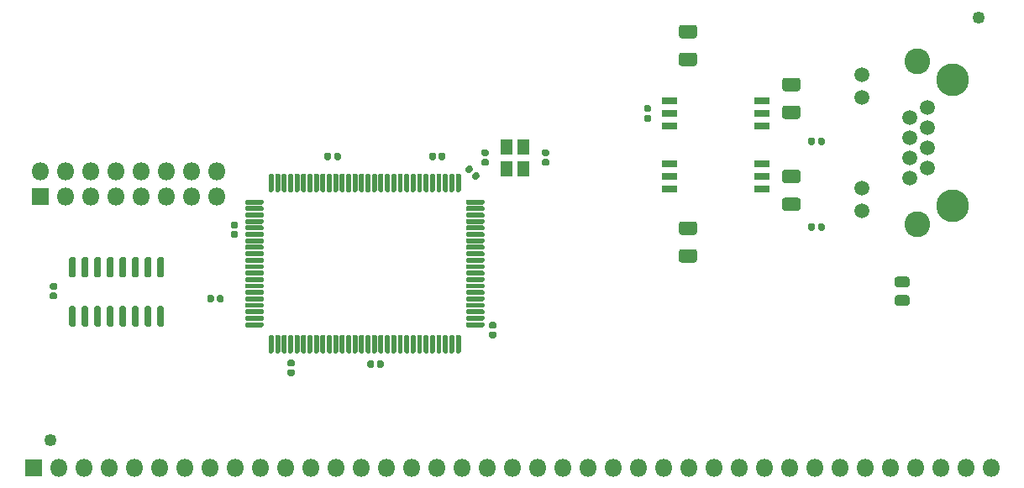
<source format=gts>
%TF.GenerationSoftware,KiCad,Pcbnew,5.1.6*%
%TF.CreationDate,2020-08-16T22:16:08+02:00*%
%TF.ProjectId,RC2014-Ethernet,52433230-3134-42d4-9574-6865726e6574,rev?*%
%TF.SameCoordinates,Original*%
%TF.FileFunction,Soldermask,Top*%
%TF.FilePolarity,Negative*%
%FSLAX46Y46*%
G04 Gerber Fmt 4.6, Leading zero omitted, Abs format (unit mm)*
G04 Created by KiCad (PCBNEW 5.1.6) date 2020-08-16 22:16:08*
%MOMM*%
%LPD*%
G01*
G04 APERTURE LIST*
%ADD10C,1.252000*%
%ADD11R,1.600000X0.700000*%
%ADD12C,1.500000*%
%ADD13C,2.600000*%
%ADD14C,3.300000*%
%ADD15O,1.800000X1.800000*%
%ADD16R,1.800000X1.800000*%
%ADD17R,1.300000X1.500000*%
G04 APERTURE END LIST*
D10*
%TO.C,H2*%
X139319000Y-26670000D03*
%TD*%
%TO.C,H1*%
X45720000Y-69215000D03*
%TD*%
D11*
%TO.C,T1*%
X117426000Y-35055000D03*
X117426000Y-36325000D03*
X117426000Y-37595000D03*
X117426000Y-41405000D03*
X117426000Y-42675000D03*
X117426000Y-43945000D03*
X108126000Y-43945000D03*
X108126000Y-42675000D03*
X108126000Y-41405000D03*
X108126000Y-37595000D03*
X108126000Y-36325000D03*
X108126000Y-35055000D03*
%TD*%
D12*
%TO.C,J2*%
X127532000Y-43820000D03*
X127532000Y-46110000D03*
X127532000Y-34680000D03*
X127532000Y-32390000D03*
X132332000Y-42820000D03*
X134112000Y-41800000D03*
X132332000Y-40780000D03*
X134112000Y-39760000D03*
X132332000Y-38740000D03*
X134112000Y-37720000D03*
X132332000Y-36700000D03*
X134112000Y-35680000D03*
D13*
X133092000Y-47450000D03*
X133092000Y-31050000D03*
D14*
X136652000Y-45600000D03*
X136652000Y-32900000D03*
%TD*%
%TO.C,FB3*%
G36*
G01*
X131090750Y-54629000D02*
X132053250Y-54629000D01*
G75*
G02*
X132322000Y-54897750I0J-268750D01*
G01*
X132322000Y-55435250D01*
G75*
G02*
X132053250Y-55704000I-268750J0D01*
G01*
X131090750Y-55704000D01*
G75*
G02*
X130822000Y-55435250I0J268750D01*
G01*
X130822000Y-54897750D01*
G75*
G02*
X131090750Y-54629000I268750J0D01*
G01*
G37*
G36*
G01*
X131090750Y-52754000D02*
X132053250Y-52754000D01*
G75*
G02*
X132322000Y-53022750I0J-268750D01*
G01*
X132322000Y-53560250D01*
G75*
G02*
X132053250Y-53829000I-268750J0D01*
G01*
X131090750Y-53829000D01*
G75*
G02*
X130822000Y-53560250I0J268750D01*
G01*
X130822000Y-53022750D01*
G75*
G02*
X131090750Y-52754000I268750J0D01*
G01*
G37*
%TD*%
%TO.C,U2*%
G36*
G01*
X48117500Y-52841000D02*
X47767500Y-52841000D01*
G75*
G02*
X47592500Y-52666000I0J175000D01*
G01*
X47592500Y-50966000D01*
G75*
G02*
X47767500Y-50791000I175000J0D01*
G01*
X48117500Y-50791000D01*
G75*
G02*
X48292500Y-50966000I0J-175000D01*
G01*
X48292500Y-52666000D01*
G75*
G02*
X48117500Y-52841000I-175000J0D01*
G01*
G37*
G36*
G01*
X49387500Y-52841000D02*
X49037500Y-52841000D01*
G75*
G02*
X48862500Y-52666000I0J175000D01*
G01*
X48862500Y-50966000D01*
G75*
G02*
X49037500Y-50791000I175000J0D01*
G01*
X49387500Y-50791000D01*
G75*
G02*
X49562500Y-50966000I0J-175000D01*
G01*
X49562500Y-52666000D01*
G75*
G02*
X49387500Y-52841000I-175000J0D01*
G01*
G37*
G36*
G01*
X50657500Y-52841000D02*
X50307500Y-52841000D01*
G75*
G02*
X50132500Y-52666000I0J175000D01*
G01*
X50132500Y-50966000D01*
G75*
G02*
X50307500Y-50791000I175000J0D01*
G01*
X50657500Y-50791000D01*
G75*
G02*
X50832500Y-50966000I0J-175000D01*
G01*
X50832500Y-52666000D01*
G75*
G02*
X50657500Y-52841000I-175000J0D01*
G01*
G37*
G36*
G01*
X51927500Y-52841000D02*
X51577500Y-52841000D01*
G75*
G02*
X51402500Y-52666000I0J175000D01*
G01*
X51402500Y-50966000D01*
G75*
G02*
X51577500Y-50791000I175000J0D01*
G01*
X51927500Y-50791000D01*
G75*
G02*
X52102500Y-50966000I0J-175000D01*
G01*
X52102500Y-52666000D01*
G75*
G02*
X51927500Y-52841000I-175000J0D01*
G01*
G37*
G36*
G01*
X53197500Y-52841000D02*
X52847500Y-52841000D01*
G75*
G02*
X52672500Y-52666000I0J175000D01*
G01*
X52672500Y-50966000D01*
G75*
G02*
X52847500Y-50791000I175000J0D01*
G01*
X53197500Y-50791000D01*
G75*
G02*
X53372500Y-50966000I0J-175000D01*
G01*
X53372500Y-52666000D01*
G75*
G02*
X53197500Y-52841000I-175000J0D01*
G01*
G37*
G36*
G01*
X54467500Y-52841000D02*
X54117500Y-52841000D01*
G75*
G02*
X53942500Y-52666000I0J175000D01*
G01*
X53942500Y-50966000D01*
G75*
G02*
X54117500Y-50791000I175000J0D01*
G01*
X54467500Y-50791000D01*
G75*
G02*
X54642500Y-50966000I0J-175000D01*
G01*
X54642500Y-52666000D01*
G75*
G02*
X54467500Y-52841000I-175000J0D01*
G01*
G37*
G36*
G01*
X55737500Y-52841000D02*
X55387500Y-52841000D01*
G75*
G02*
X55212500Y-52666000I0J175000D01*
G01*
X55212500Y-50966000D01*
G75*
G02*
X55387500Y-50791000I175000J0D01*
G01*
X55737500Y-50791000D01*
G75*
G02*
X55912500Y-50966000I0J-175000D01*
G01*
X55912500Y-52666000D01*
G75*
G02*
X55737500Y-52841000I-175000J0D01*
G01*
G37*
G36*
G01*
X57007500Y-52841000D02*
X56657500Y-52841000D01*
G75*
G02*
X56482500Y-52666000I0J175000D01*
G01*
X56482500Y-50966000D01*
G75*
G02*
X56657500Y-50791000I175000J0D01*
G01*
X57007500Y-50791000D01*
G75*
G02*
X57182500Y-50966000I0J-175000D01*
G01*
X57182500Y-52666000D01*
G75*
G02*
X57007500Y-52841000I-175000J0D01*
G01*
G37*
G36*
G01*
X57007500Y-57791000D02*
X56657500Y-57791000D01*
G75*
G02*
X56482500Y-57616000I0J175000D01*
G01*
X56482500Y-55916000D01*
G75*
G02*
X56657500Y-55741000I175000J0D01*
G01*
X57007500Y-55741000D01*
G75*
G02*
X57182500Y-55916000I0J-175000D01*
G01*
X57182500Y-57616000D01*
G75*
G02*
X57007500Y-57791000I-175000J0D01*
G01*
G37*
G36*
G01*
X55737500Y-57791000D02*
X55387500Y-57791000D01*
G75*
G02*
X55212500Y-57616000I0J175000D01*
G01*
X55212500Y-55916000D01*
G75*
G02*
X55387500Y-55741000I175000J0D01*
G01*
X55737500Y-55741000D01*
G75*
G02*
X55912500Y-55916000I0J-175000D01*
G01*
X55912500Y-57616000D01*
G75*
G02*
X55737500Y-57791000I-175000J0D01*
G01*
G37*
G36*
G01*
X54467500Y-57791000D02*
X54117500Y-57791000D01*
G75*
G02*
X53942500Y-57616000I0J175000D01*
G01*
X53942500Y-55916000D01*
G75*
G02*
X54117500Y-55741000I175000J0D01*
G01*
X54467500Y-55741000D01*
G75*
G02*
X54642500Y-55916000I0J-175000D01*
G01*
X54642500Y-57616000D01*
G75*
G02*
X54467500Y-57791000I-175000J0D01*
G01*
G37*
G36*
G01*
X53197500Y-57791000D02*
X52847500Y-57791000D01*
G75*
G02*
X52672500Y-57616000I0J175000D01*
G01*
X52672500Y-55916000D01*
G75*
G02*
X52847500Y-55741000I175000J0D01*
G01*
X53197500Y-55741000D01*
G75*
G02*
X53372500Y-55916000I0J-175000D01*
G01*
X53372500Y-57616000D01*
G75*
G02*
X53197500Y-57791000I-175000J0D01*
G01*
G37*
G36*
G01*
X51927500Y-57791000D02*
X51577500Y-57791000D01*
G75*
G02*
X51402500Y-57616000I0J175000D01*
G01*
X51402500Y-55916000D01*
G75*
G02*
X51577500Y-55741000I175000J0D01*
G01*
X51927500Y-55741000D01*
G75*
G02*
X52102500Y-55916000I0J-175000D01*
G01*
X52102500Y-57616000D01*
G75*
G02*
X51927500Y-57791000I-175000J0D01*
G01*
G37*
G36*
G01*
X50657500Y-57791000D02*
X50307500Y-57791000D01*
G75*
G02*
X50132500Y-57616000I0J175000D01*
G01*
X50132500Y-55916000D01*
G75*
G02*
X50307500Y-55741000I175000J0D01*
G01*
X50657500Y-55741000D01*
G75*
G02*
X50832500Y-55916000I0J-175000D01*
G01*
X50832500Y-57616000D01*
G75*
G02*
X50657500Y-57791000I-175000J0D01*
G01*
G37*
G36*
G01*
X49387500Y-57791000D02*
X49037500Y-57791000D01*
G75*
G02*
X48862500Y-57616000I0J175000D01*
G01*
X48862500Y-55916000D01*
G75*
G02*
X49037500Y-55741000I175000J0D01*
G01*
X49387500Y-55741000D01*
G75*
G02*
X49562500Y-55916000I0J-175000D01*
G01*
X49562500Y-57616000D01*
G75*
G02*
X49387500Y-57791000I-175000J0D01*
G01*
G37*
G36*
G01*
X48117500Y-57791000D02*
X47767500Y-57791000D01*
G75*
G02*
X47592500Y-57616000I0J175000D01*
G01*
X47592500Y-55916000D01*
G75*
G02*
X47767500Y-55741000I175000J0D01*
G01*
X48117500Y-55741000D01*
G75*
G02*
X48292500Y-55916000I0J-175000D01*
G01*
X48292500Y-57616000D01*
G75*
G02*
X48117500Y-57791000I-175000J0D01*
G01*
G37*
%TD*%
%TO.C,U1*%
G36*
G01*
X67081500Y-57860000D02*
X65481500Y-57860000D01*
G75*
G02*
X65356500Y-57735000I0J125000D01*
G01*
X65356500Y-57485000D01*
G75*
G02*
X65481500Y-57360000I125000J0D01*
G01*
X67081500Y-57360000D01*
G75*
G02*
X67206500Y-57485000I0J-125000D01*
G01*
X67206500Y-57735000D01*
G75*
G02*
X67081500Y-57860000I-125000J0D01*
G01*
G37*
G36*
G01*
X67081500Y-57210000D02*
X65481500Y-57210000D01*
G75*
G02*
X65356500Y-57085000I0J125000D01*
G01*
X65356500Y-56835000D01*
G75*
G02*
X65481500Y-56710000I125000J0D01*
G01*
X67081500Y-56710000D01*
G75*
G02*
X67206500Y-56835000I0J-125000D01*
G01*
X67206500Y-57085000D01*
G75*
G02*
X67081500Y-57210000I-125000J0D01*
G01*
G37*
G36*
G01*
X67081500Y-56560000D02*
X65481500Y-56560000D01*
G75*
G02*
X65356500Y-56435000I0J125000D01*
G01*
X65356500Y-56185000D01*
G75*
G02*
X65481500Y-56060000I125000J0D01*
G01*
X67081500Y-56060000D01*
G75*
G02*
X67206500Y-56185000I0J-125000D01*
G01*
X67206500Y-56435000D01*
G75*
G02*
X67081500Y-56560000I-125000J0D01*
G01*
G37*
G36*
G01*
X67081500Y-55910000D02*
X65481500Y-55910000D01*
G75*
G02*
X65356500Y-55785000I0J125000D01*
G01*
X65356500Y-55535000D01*
G75*
G02*
X65481500Y-55410000I125000J0D01*
G01*
X67081500Y-55410000D01*
G75*
G02*
X67206500Y-55535000I0J-125000D01*
G01*
X67206500Y-55785000D01*
G75*
G02*
X67081500Y-55910000I-125000J0D01*
G01*
G37*
G36*
G01*
X67081500Y-55260000D02*
X65481500Y-55260000D01*
G75*
G02*
X65356500Y-55135000I0J125000D01*
G01*
X65356500Y-54885000D01*
G75*
G02*
X65481500Y-54760000I125000J0D01*
G01*
X67081500Y-54760000D01*
G75*
G02*
X67206500Y-54885000I0J-125000D01*
G01*
X67206500Y-55135000D01*
G75*
G02*
X67081500Y-55260000I-125000J0D01*
G01*
G37*
G36*
G01*
X67081500Y-54610000D02*
X65481500Y-54610000D01*
G75*
G02*
X65356500Y-54485000I0J125000D01*
G01*
X65356500Y-54235000D01*
G75*
G02*
X65481500Y-54110000I125000J0D01*
G01*
X67081500Y-54110000D01*
G75*
G02*
X67206500Y-54235000I0J-125000D01*
G01*
X67206500Y-54485000D01*
G75*
G02*
X67081500Y-54610000I-125000J0D01*
G01*
G37*
G36*
G01*
X67081500Y-53960000D02*
X65481500Y-53960000D01*
G75*
G02*
X65356500Y-53835000I0J125000D01*
G01*
X65356500Y-53585000D01*
G75*
G02*
X65481500Y-53460000I125000J0D01*
G01*
X67081500Y-53460000D01*
G75*
G02*
X67206500Y-53585000I0J-125000D01*
G01*
X67206500Y-53835000D01*
G75*
G02*
X67081500Y-53960000I-125000J0D01*
G01*
G37*
G36*
G01*
X67081500Y-53310000D02*
X65481500Y-53310000D01*
G75*
G02*
X65356500Y-53185000I0J125000D01*
G01*
X65356500Y-52935000D01*
G75*
G02*
X65481500Y-52810000I125000J0D01*
G01*
X67081500Y-52810000D01*
G75*
G02*
X67206500Y-52935000I0J-125000D01*
G01*
X67206500Y-53185000D01*
G75*
G02*
X67081500Y-53310000I-125000J0D01*
G01*
G37*
G36*
G01*
X67081500Y-52660000D02*
X65481500Y-52660000D01*
G75*
G02*
X65356500Y-52535000I0J125000D01*
G01*
X65356500Y-52285000D01*
G75*
G02*
X65481500Y-52160000I125000J0D01*
G01*
X67081500Y-52160000D01*
G75*
G02*
X67206500Y-52285000I0J-125000D01*
G01*
X67206500Y-52535000D01*
G75*
G02*
X67081500Y-52660000I-125000J0D01*
G01*
G37*
G36*
G01*
X67081500Y-52010000D02*
X65481500Y-52010000D01*
G75*
G02*
X65356500Y-51885000I0J125000D01*
G01*
X65356500Y-51635000D01*
G75*
G02*
X65481500Y-51510000I125000J0D01*
G01*
X67081500Y-51510000D01*
G75*
G02*
X67206500Y-51635000I0J-125000D01*
G01*
X67206500Y-51885000D01*
G75*
G02*
X67081500Y-52010000I-125000J0D01*
G01*
G37*
G36*
G01*
X67081500Y-51360000D02*
X65481500Y-51360000D01*
G75*
G02*
X65356500Y-51235000I0J125000D01*
G01*
X65356500Y-50985000D01*
G75*
G02*
X65481500Y-50860000I125000J0D01*
G01*
X67081500Y-50860000D01*
G75*
G02*
X67206500Y-50985000I0J-125000D01*
G01*
X67206500Y-51235000D01*
G75*
G02*
X67081500Y-51360000I-125000J0D01*
G01*
G37*
G36*
G01*
X67081500Y-50710000D02*
X65481500Y-50710000D01*
G75*
G02*
X65356500Y-50585000I0J125000D01*
G01*
X65356500Y-50335000D01*
G75*
G02*
X65481500Y-50210000I125000J0D01*
G01*
X67081500Y-50210000D01*
G75*
G02*
X67206500Y-50335000I0J-125000D01*
G01*
X67206500Y-50585000D01*
G75*
G02*
X67081500Y-50710000I-125000J0D01*
G01*
G37*
G36*
G01*
X67081500Y-50060000D02*
X65481500Y-50060000D01*
G75*
G02*
X65356500Y-49935000I0J125000D01*
G01*
X65356500Y-49685000D01*
G75*
G02*
X65481500Y-49560000I125000J0D01*
G01*
X67081500Y-49560000D01*
G75*
G02*
X67206500Y-49685000I0J-125000D01*
G01*
X67206500Y-49935000D01*
G75*
G02*
X67081500Y-50060000I-125000J0D01*
G01*
G37*
G36*
G01*
X67081500Y-49410000D02*
X65481500Y-49410000D01*
G75*
G02*
X65356500Y-49285000I0J125000D01*
G01*
X65356500Y-49035000D01*
G75*
G02*
X65481500Y-48910000I125000J0D01*
G01*
X67081500Y-48910000D01*
G75*
G02*
X67206500Y-49035000I0J-125000D01*
G01*
X67206500Y-49285000D01*
G75*
G02*
X67081500Y-49410000I-125000J0D01*
G01*
G37*
G36*
G01*
X67081500Y-48760000D02*
X65481500Y-48760000D01*
G75*
G02*
X65356500Y-48635000I0J125000D01*
G01*
X65356500Y-48385000D01*
G75*
G02*
X65481500Y-48260000I125000J0D01*
G01*
X67081500Y-48260000D01*
G75*
G02*
X67206500Y-48385000I0J-125000D01*
G01*
X67206500Y-48635000D01*
G75*
G02*
X67081500Y-48760000I-125000J0D01*
G01*
G37*
G36*
G01*
X67081500Y-48110000D02*
X65481500Y-48110000D01*
G75*
G02*
X65356500Y-47985000I0J125000D01*
G01*
X65356500Y-47735000D01*
G75*
G02*
X65481500Y-47610000I125000J0D01*
G01*
X67081500Y-47610000D01*
G75*
G02*
X67206500Y-47735000I0J-125000D01*
G01*
X67206500Y-47985000D01*
G75*
G02*
X67081500Y-48110000I-125000J0D01*
G01*
G37*
G36*
G01*
X67081500Y-47460000D02*
X65481500Y-47460000D01*
G75*
G02*
X65356500Y-47335000I0J125000D01*
G01*
X65356500Y-47085000D01*
G75*
G02*
X65481500Y-46960000I125000J0D01*
G01*
X67081500Y-46960000D01*
G75*
G02*
X67206500Y-47085000I0J-125000D01*
G01*
X67206500Y-47335000D01*
G75*
G02*
X67081500Y-47460000I-125000J0D01*
G01*
G37*
G36*
G01*
X67081500Y-46810000D02*
X65481500Y-46810000D01*
G75*
G02*
X65356500Y-46685000I0J125000D01*
G01*
X65356500Y-46435000D01*
G75*
G02*
X65481500Y-46310000I125000J0D01*
G01*
X67081500Y-46310000D01*
G75*
G02*
X67206500Y-46435000I0J-125000D01*
G01*
X67206500Y-46685000D01*
G75*
G02*
X67081500Y-46810000I-125000J0D01*
G01*
G37*
G36*
G01*
X67081500Y-46160000D02*
X65481500Y-46160000D01*
G75*
G02*
X65356500Y-46035000I0J125000D01*
G01*
X65356500Y-45785000D01*
G75*
G02*
X65481500Y-45660000I125000J0D01*
G01*
X67081500Y-45660000D01*
G75*
G02*
X67206500Y-45785000I0J-125000D01*
G01*
X67206500Y-46035000D01*
G75*
G02*
X67081500Y-46160000I-125000J0D01*
G01*
G37*
G36*
G01*
X67081500Y-45510000D02*
X65481500Y-45510000D01*
G75*
G02*
X65356500Y-45385000I0J125000D01*
G01*
X65356500Y-45135000D01*
G75*
G02*
X65481500Y-45010000I125000J0D01*
G01*
X67081500Y-45010000D01*
G75*
G02*
X67206500Y-45135000I0J-125000D01*
G01*
X67206500Y-45385000D01*
G75*
G02*
X67081500Y-45510000I-125000J0D01*
G01*
G37*
G36*
G01*
X68106500Y-44235000D02*
X67856500Y-44235000D01*
G75*
G02*
X67731500Y-44110000I0J125000D01*
G01*
X67731500Y-42510000D01*
G75*
G02*
X67856500Y-42385000I125000J0D01*
G01*
X68106500Y-42385000D01*
G75*
G02*
X68231500Y-42510000I0J-125000D01*
G01*
X68231500Y-44110000D01*
G75*
G02*
X68106500Y-44235000I-125000J0D01*
G01*
G37*
G36*
G01*
X68756500Y-44235000D02*
X68506500Y-44235000D01*
G75*
G02*
X68381500Y-44110000I0J125000D01*
G01*
X68381500Y-42510000D01*
G75*
G02*
X68506500Y-42385000I125000J0D01*
G01*
X68756500Y-42385000D01*
G75*
G02*
X68881500Y-42510000I0J-125000D01*
G01*
X68881500Y-44110000D01*
G75*
G02*
X68756500Y-44235000I-125000J0D01*
G01*
G37*
G36*
G01*
X69406500Y-44235000D02*
X69156500Y-44235000D01*
G75*
G02*
X69031500Y-44110000I0J125000D01*
G01*
X69031500Y-42510000D01*
G75*
G02*
X69156500Y-42385000I125000J0D01*
G01*
X69406500Y-42385000D01*
G75*
G02*
X69531500Y-42510000I0J-125000D01*
G01*
X69531500Y-44110000D01*
G75*
G02*
X69406500Y-44235000I-125000J0D01*
G01*
G37*
G36*
G01*
X70056500Y-44235000D02*
X69806500Y-44235000D01*
G75*
G02*
X69681500Y-44110000I0J125000D01*
G01*
X69681500Y-42510000D01*
G75*
G02*
X69806500Y-42385000I125000J0D01*
G01*
X70056500Y-42385000D01*
G75*
G02*
X70181500Y-42510000I0J-125000D01*
G01*
X70181500Y-44110000D01*
G75*
G02*
X70056500Y-44235000I-125000J0D01*
G01*
G37*
G36*
G01*
X70706500Y-44235000D02*
X70456500Y-44235000D01*
G75*
G02*
X70331500Y-44110000I0J125000D01*
G01*
X70331500Y-42510000D01*
G75*
G02*
X70456500Y-42385000I125000J0D01*
G01*
X70706500Y-42385000D01*
G75*
G02*
X70831500Y-42510000I0J-125000D01*
G01*
X70831500Y-44110000D01*
G75*
G02*
X70706500Y-44235000I-125000J0D01*
G01*
G37*
G36*
G01*
X71356500Y-44235000D02*
X71106500Y-44235000D01*
G75*
G02*
X70981500Y-44110000I0J125000D01*
G01*
X70981500Y-42510000D01*
G75*
G02*
X71106500Y-42385000I125000J0D01*
G01*
X71356500Y-42385000D01*
G75*
G02*
X71481500Y-42510000I0J-125000D01*
G01*
X71481500Y-44110000D01*
G75*
G02*
X71356500Y-44235000I-125000J0D01*
G01*
G37*
G36*
G01*
X72006500Y-44235000D02*
X71756500Y-44235000D01*
G75*
G02*
X71631500Y-44110000I0J125000D01*
G01*
X71631500Y-42510000D01*
G75*
G02*
X71756500Y-42385000I125000J0D01*
G01*
X72006500Y-42385000D01*
G75*
G02*
X72131500Y-42510000I0J-125000D01*
G01*
X72131500Y-44110000D01*
G75*
G02*
X72006500Y-44235000I-125000J0D01*
G01*
G37*
G36*
G01*
X72656500Y-44235000D02*
X72406500Y-44235000D01*
G75*
G02*
X72281500Y-44110000I0J125000D01*
G01*
X72281500Y-42510000D01*
G75*
G02*
X72406500Y-42385000I125000J0D01*
G01*
X72656500Y-42385000D01*
G75*
G02*
X72781500Y-42510000I0J-125000D01*
G01*
X72781500Y-44110000D01*
G75*
G02*
X72656500Y-44235000I-125000J0D01*
G01*
G37*
G36*
G01*
X73306500Y-44235000D02*
X73056500Y-44235000D01*
G75*
G02*
X72931500Y-44110000I0J125000D01*
G01*
X72931500Y-42510000D01*
G75*
G02*
X73056500Y-42385000I125000J0D01*
G01*
X73306500Y-42385000D01*
G75*
G02*
X73431500Y-42510000I0J-125000D01*
G01*
X73431500Y-44110000D01*
G75*
G02*
X73306500Y-44235000I-125000J0D01*
G01*
G37*
G36*
G01*
X73956500Y-44235000D02*
X73706500Y-44235000D01*
G75*
G02*
X73581500Y-44110000I0J125000D01*
G01*
X73581500Y-42510000D01*
G75*
G02*
X73706500Y-42385000I125000J0D01*
G01*
X73956500Y-42385000D01*
G75*
G02*
X74081500Y-42510000I0J-125000D01*
G01*
X74081500Y-44110000D01*
G75*
G02*
X73956500Y-44235000I-125000J0D01*
G01*
G37*
G36*
G01*
X74606500Y-44235000D02*
X74356500Y-44235000D01*
G75*
G02*
X74231500Y-44110000I0J125000D01*
G01*
X74231500Y-42510000D01*
G75*
G02*
X74356500Y-42385000I125000J0D01*
G01*
X74606500Y-42385000D01*
G75*
G02*
X74731500Y-42510000I0J-125000D01*
G01*
X74731500Y-44110000D01*
G75*
G02*
X74606500Y-44235000I-125000J0D01*
G01*
G37*
G36*
G01*
X75256500Y-44235000D02*
X75006500Y-44235000D01*
G75*
G02*
X74881500Y-44110000I0J125000D01*
G01*
X74881500Y-42510000D01*
G75*
G02*
X75006500Y-42385000I125000J0D01*
G01*
X75256500Y-42385000D01*
G75*
G02*
X75381500Y-42510000I0J-125000D01*
G01*
X75381500Y-44110000D01*
G75*
G02*
X75256500Y-44235000I-125000J0D01*
G01*
G37*
G36*
G01*
X75906500Y-44235000D02*
X75656500Y-44235000D01*
G75*
G02*
X75531500Y-44110000I0J125000D01*
G01*
X75531500Y-42510000D01*
G75*
G02*
X75656500Y-42385000I125000J0D01*
G01*
X75906500Y-42385000D01*
G75*
G02*
X76031500Y-42510000I0J-125000D01*
G01*
X76031500Y-44110000D01*
G75*
G02*
X75906500Y-44235000I-125000J0D01*
G01*
G37*
G36*
G01*
X76556500Y-44235000D02*
X76306500Y-44235000D01*
G75*
G02*
X76181500Y-44110000I0J125000D01*
G01*
X76181500Y-42510000D01*
G75*
G02*
X76306500Y-42385000I125000J0D01*
G01*
X76556500Y-42385000D01*
G75*
G02*
X76681500Y-42510000I0J-125000D01*
G01*
X76681500Y-44110000D01*
G75*
G02*
X76556500Y-44235000I-125000J0D01*
G01*
G37*
G36*
G01*
X77206500Y-44235000D02*
X76956500Y-44235000D01*
G75*
G02*
X76831500Y-44110000I0J125000D01*
G01*
X76831500Y-42510000D01*
G75*
G02*
X76956500Y-42385000I125000J0D01*
G01*
X77206500Y-42385000D01*
G75*
G02*
X77331500Y-42510000I0J-125000D01*
G01*
X77331500Y-44110000D01*
G75*
G02*
X77206500Y-44235000I-125000J0D01*
G01*
G37*
G36*
G01*
X77856500Y-44235000D02*
X77606500Y-44235000D01*
G75*
G02*
X77481500Y-44110000I0J125000D01*
G01*
X77481500Y-42510000D01*
G75*
G02*
X77606500Y-42385000I125000J0D01*
G01*
X77856500Y-42385000D01*
G75*
G02*
X77981500Y-42510000I0J-125000D01*
G01*
X77981500Y-44110000D01*
G75*
G02*
X77856500Y-44235000I-125000J0D01*
G01*
G37*
G36*
G01*
X78506500Y-44235000D02*
X78256500Y-44235000D01*
G75*
G02*
X78131500Y-44110000I0J125000D01*
G01*
X78131500Y-42510000D01*
G75*
G02*
X78256500Y-42385000I125000J0D01*
G01*
X78506500Y-42385000D01*
G75*
G02*
X78631500Y-42510000I0J-125000D01*
G01*
X78631500Y-44110000D01*
G75*
G02*
X78506500Y-44235000I-125000J0D01*
G01*
G37*
G36*
G01*
X79156500Y-44235000D02*
X78906500Y-44235000D01*
G75*
G02*
X78781500Y-44110000I0J125000D01*
G01*
X78781500Y-42510000D01*
G75*
G02*
X78906500Y-42385000I125000J0D01*
G01*
X79156500Y-42385000D01*
G75*
G02*
X79281500Y-42510000I0J-125000D01*
G01*
X79281500Y-44110000D01*
G75*
G02*
X79156500Y-44235000I-125000J0D01*
G01*
G37*
G36*
G01*
X79806500Y-44235000D02*
X79556500Y-44235000D01*
G75*
G02*
X79431500Y-44110000I0J125000D01*
G01*
X79431500Y-42510000D01*
G75*
G02*
X79556500Y-42385000I125000J0D01*
G01*
X79806500Y-42385000D01*
G75*
G02*
X79931500Y-42510000I0J-125000D01*
G01*
X79931500Y-44110000D01*
G75*
G02*
X79806500Y-44235000I-125000J0D01*
G01*
G37*
G36*
G01*
X80456500Y-44235000D02*
X80206500Y-44235000D01*
G75*
G02*
X80081500Y-44110000I0J125000D01*
G01*
X80081500Y-42510000D01*
G75*
G02*
X80206500Y-42385000I125000J0D01*
G01*
X80456500Y-42385000D01*
G75*
G02*
X80581500Y-42510000I0J-125000D01*
G01*
X80581500Y-44110000D01*
G75*
G02*
X80456500Y-44235000I-125000J0D01*
G01*
G37*
G36*
G01*
X81106500Y-44235000D02*
X80856500Y-44235000D01*
G75*
G02*
X80731500Y-44110000I0J125000D01*
G01*
X80731500Y-42510000D01*
G75*
G02*
X80856500Y-42385000I125000J0D01*
G01*
X81106500Y-42385000D01*
G75*
G02*
X81231500Y-42510000I0J-125000D01*
G01*
X81231500Y-44110000D01*
G75*
G02*
X81106500Y-44235000I-125000J0D01*
G01*
G37*
G36*
G01*
X81756500Y-44235000D02*
X81506500Y-44235000D01*
G75*
G02*
X81381500Y-44110000I0J125000D01*
G01*
X81381500Y-42510000D01*
G75*
G02*
X81506500Y-42385000I125000J0D01*
G01*
X81756500Y-42385000D01*
G75*
G02*
X81881500Y-42510000I0J-125000D01*
G01*
X81881500Y-44110000D01*
G75*
G02*
X81756500Y-44235000I-125000J0D01*
G01*
G37*
G36*
G01*
X82406500Y-44235000D02*
X82156500Y-44235000D01*
G75*
G02*
X82031500Y-44110000I0J125000D01*
G01*
X82031500Y-42510000D01*
G75*
G02*
X82156500Y-42385000I125000J0D01*
G01*
X82406500Y-42385000D01*
G75*
G02*
X82531500Y-42510000I0J-125000D01*
G01*
X82531500Y-44110000D01*
G75*
G02*
X82406500Y-44235000I-125000J0D01*
G01*
G37*
G36*
G01*
X83056500Y-44235000D02*
X82806500Y-44235000D01*
G75*
G02*
X82681500Y-44110000I0J125000D01*
G01*
X82681500Y-42510000D01*
G75*
G02*
X82806500Y-42385000I125000J0D01*
G01*
X83056500Y-42385000D01*
G75*
G02*
X83181500Y-42510000I0J-125000D01*
G01*
X83181500Y-44110000D01*
G75*
G02*
X83056500Y-44235000I-125000J0D01*
G01*
G37*
G36*
G01*
X83706500Y-44235000D02*
X83456500Y-44235000D01*
G75*
G02*
X83331500Y-44110000I0J125000D01*
G01*
X83331500Y-42510000D01*
G75*
G02*
X83456500Y-42385000I125000J0D01*
G01*
X83706500Y-42385000D01*
G75*
G02*
X83831500Y-42510000I0J-125000D01*
G01*
X83831500Y-44110000D01*
G75*
G02*
X83706500Y-44235000I-125000J0D01*
G01*
G37*
G36*
G01*
X84356500Y-44235000D02*
X84106500Y-44235000D01*
G75*
G02*
X83981500Y-44110000I0J125000D01*
G01*
X83981500Y-42510000D01*
G75*
G02*
X84106500Y-42385000I125000J0D01*
G01*
X84356500Y-42385000D01*
G75*
G02*
X84481500Y-42510000I0J-125000D01*
G01*
X84481500Y-44110000D01*
G75*
G02*
X84356500Y-44235000I-125000J0D01*
G01*
G37*
G36*
G01*
X85006500Y-44235000D02*
X84756500Y-44235000D01*
G75*
G02*
X84631500Y-44110000I0J125000D01*
G01*
X84631500Y-42510000D01*
G75*
G02*
X84756500Y-42385000I125000J0D01*
G01*
X85006500Y-42385000D01*
G75*
G02*
X85131500Y-42510000I0J-125000D01*
G01*
X85131500Y-44110000D01*
G75*
G02*
X85006500Y-44235000I-125000J0D01*
G01*
G37*
G36*
G01*
X85656500Y-44235000D02*
X85406500Y-44235000D01*
G75*
G02*
X85281500Y-44110000I0J125000D01*
G01*
X85281500Y-42510000D01*
G75*
G02*
X85406500Y-42385000I125000J0D01*
G01*
X85656500Y-42385000D01*
G75*
G02*
X85781500Y-42510000I0J-125000D01*
G01*
X85781500Y-44110000D01*
G75*
G02*
X85656500Y-44235000I-125000J0D01*
G01*
G37*
G36*
G01*
X86306500Y-44235000D02*
X86056500Y-44235000D01*
G75*
G02*
X85931500Y-44110000I0J125000D01*
G01*
X85931500Y-42510000D01*
G75*
G02*
X86056500Y-42385000I125000J0D01*
G01*
X86306500Y-42385000D01*
G75*
G02*
X86431500Y-42510000I0J-125000D01*
G01*
X86431500Y-44110000D01*
G75*
G02*
X86306500Y-44235000I-125000J0D01*
G01*
G37*
G36*
G01*
X86956500Y-44235000D02*
X86706500Y-44235000D01*
G75*
G02*
X86581500Y-44110000I0J125000D01*
G01*
X86581500Y-42510000D01*
G75*
G02*
X86706500Y-42385000I125000J0D01*
G01*
X86956500Y-42385000D01*
G75*
G02*
X87081500Y-42510000I0J-125000D01*
G01*
X87081500Y-44110000D01*
G75*
G02*
X86956500Y-44235000I-125000J0D01*
G01*
G37*
G36*
G01*
X89331500Y-45510000D02*
X87731500Y-45510000D01*
G75*
G02*
X87606500Y-45385000I0J125000D01*
G01*
X87606500Y-45135000D01*
G75*
G02*
X87731500Y-45010000I125000J0D01*
G01*
X89331500Y-45010000D01*
G75*
G02*
X89456500Y-45135000I0J-125000D01*
G01*
X89456500Y-45385000D01*
G75*
G02*
X89331500Y-45510000I-125000J0D01*
G01*
G37*
G36*
G01*
X89331500Y-46160000D02*
X87731500Y-46160000D01*
G75*
G02*
X87606500Y-46035000I0J125000D01*
G01*
X87606500Y-45785000D01*
G75*
G02*
X87731500Y-45660000I125000J0D01*
G01*
X89331500Y-45660000D01*
G75*
G02*
X89456500Y-45785000I0J-125000D01*
G01*
X89456500Y-46035000D01*
G75*
G02*
X89331500Y-46160000I-125000J0D01*
G01*
G37*
G36*
G01*
X89331500Y-46810000D02*
X87731500Y-46810000D01*
G75*
G02*
X87606500Y-46685000I0J125000D01*
G01*
X87606500Y-46435000D01*
G75*
G02*
X87731500Y-46310000I125000J0D01*
G01*
X89331500Y-46310000D01*
G75*
G02*
X89456500Y-46435000I0J-125000D01*
G01*
X89456500Y-46685000D01*
G75*
G02*
X89331500Y-46810000I-125000J0D01*
G01*
G37*
G36*
G01*
X89331500Y-47460000D02*
X87731500Y-47460000D01*
G75*
G02*
X87606500Y-47335000I0J125000D01*
G01*
X87606500Y-47085000D01*
G75*
G02*
X87731500Y-46960000I125000J0D01*
G01*
X89331500Y-46960000D01*
G75*
G02*
X89456500Y-47085000I0J-125000D01*
G01*
X89456500Y-47335000D01*
G75*
G02*
X89331500Y-47460000I-125000J0D01*
G01*
G37*
G36*
G01*
X89331500Y-48110000D02*
X87731500Y-48110000D01*
G75*
G02*
X87606500Y-47985000I0J125000D01*
G01*
X87606500Y-47735000D01*
G75*
G02*
X87731500Y-47610000I125000J0D01*
G01*
X89331500Y-47610000D01*
G75*
G02*
X89456500Y-47735000I0J-125000D01*
G01*
X89456500Y-47985000D01*
G75*
G02*
X89331500Y-48110000I-125000J0D01*
G01*
G37*
G36*
G01*
X89331500Y-48760000D02*
X87731500Y-48760000D01*
G75*
G02*
X87606500Y-48635000I0J125000D01*
G01*
X87606500Y-48385000D01*
G75*
G02*
X87731500Y-48260000I125000J0D01*
G01*
X89331500Y-48260000D01*
G75*
G02*
X89456500Y-48385000I0J-125000D01*
G01*
X89456500Y-48635000D01*
G75*
G02*
X89331500Y-48760000I-125000J0D01*
G01*
G37*
G36*
G01*
X89331500Y-49410000D02*
X87731500Y-49410000D01*
G75*
G02*
X87606500Y-49285000I0J125000D01*
G01*
X87606500Y-49035000D01*
G75*
G02*
X87731500Y-48910000I125000J0D01*
G01*
X89331500Y-48910000D01*
G75*
G02*
X89456500Y-49035000I0J-125000D01*
G01*
X89456500Y-49285000D01*
G75*
G02*
X89331500Y-49410000I-125000J0D01*
G01*
G37*
G36*
G01*
X89331500Y-50060000D02*
X87731500Y-50060000D01*
G75*
G02*
X87606500Y-49935000I0J125000D01*
G01*
X87606500Y-49685000D01*
G75*
G02*
X87731500Y-49560000I125000J0D01*
G01*
X89331500Y-49560000D01*
G75*
G02*
X89456500Y-49685000I0J-125000D01*
G01*
X89456500Y-49935000D01*
G75*
G02*
X89331500Y-50060000I-125000J0D01*
G01*
G37*
G36*
G01*
X89331500Y-50710000D02*
X87731500Y-50710000D01*
G75*
G02*
X87606500Y-50585000I0J125000D01*
G01*
X87606500Y-50335000D01*
G75*
G02*
X87731500Y-50210000I125000J0D01*
G01*
X89331500Y-50210000D01*
G75*
G02*
X89456500Y-50335000I0J-125000D01*
G01*
X89456500Y-50585000D01*
G75*
G02*
X89331500Y-50710000I-125000J0D01*
G01*
G37*
G36*
G01*
X89331500Y-51360000D02*
X87731500Y-51360000D01*
G75*
G02*
X87606500Y-51235000I0J125000D01*
G01*
X87606500Y-50985000D01*
G75*
G02*
X87731500Y-50860000I125000J0D01*
G01*
X89331500Y-50860000D01*
G75*
G02*
X89456500Y-50985000I0J-125000D01*
G01*
X89456500Y-51235000D01*
G75*
G02*
X89331500Y-51360000I-125000J0D01*
G01*
G37*
G36*
G01*
X89331500Y-52010000D02*
X87731500Y-52010000D01*
G75*
G02*
X87606500Y-51885000I0J125000D01*
G01*
X87606500Y-51635000D01*
G75*
G02*
X87731500Y-51510000I125000J0D01*
G01*
X89331500Y-51510000D01*
G75*
G02*
X89456500Y-51635000I0J-125000D01*
G01*
X89456500Y-51885000D01*
G75*
G02*
X89331500Y-52010000I-125000J0D01*
G01*
G37*
G36*
G01*
X89331500Y-52660000D02*
X87731500Y-52660000D01*
G75*
G02*
X87606500Y-52535000I0J125000D01*
G01*
X87606500Y-52285000D01*
G75*
G02*
X87731500Y-52160000I125000J0D01*
G01*
X89331500Y-52160000D01*
G75*
G02*
X89456500Y-52285000I0J-125000D01*
G01*
X89456500Y-52535000D01*
G75*
G02*
X89331500Y-52660000I-125000J0D01*
G01*
G37*
G36*
G01*
X89331500Y-53310000D02*
X87731500Y-53310000D01*
G75*
G02*
X87606500Y-53185000I0J125000D01*
G01*
X87606500Y-52935000D01*
G75*
G02*
X87731500Y-52810000I125000J0D01*
G01*
X89331500Y-52810000D01*
G75*
G02*
X89456500Y-52935000I0J-125000D01*
G01*
X89456500Y-53185000D01*
G75*
G02*
X89331500Y-53310000I-125000J0D01*
G01*
G37*
G36*
G01*
X89331500Y-53960000D02*
X87731500Y-53960000D01*
G75*
G02*
X87606500Y-53835000I0J125000D01*
G01*
X87606500Y-53585000D01*
G75*
G02*
X87731500Y-53460000I125000J0D01*
G01*
X89331500Y-53460000D01*
G75*
G02*
X89456500Y-53585000I0J-125000D01*
G01*
X89456500Y-53835000D01*
G75*
G02*
X89331500Y-53960000I-125000J0D01*
G01*
G37*
G36*
G01*
X89331500Y-54610000D02*
X87731500Y-54610000D01*
G75*
G02*
X87606500Y-54485000I0J125000D01*
G01*
X87606500Y-54235000D01*
G75*
G02*
X87731500Y-54110000I125000J0D01*
G01*
X89331500Y-54110000D01*
G75*
G02*
X89456500Y-54235000I0J-125000D01*
G01*
X89456500Y-54485000D01*
G75*
G02*
X89331500Y-54610000I-125000J0D01*
G01*
G37*
G36*
G01*
X89331500Y-55260000D02*
X87731500Y-55260000D01*
G75*
G02*
X87606500Y-55135000I0J125000D01*
G01*
X87606500Y-54885000D01*
G75*
G02*
X87731500Y-54760000I125000J0D01*
G01*
X89331500Y-54760000D01*
G75*
G02*
X89456500Y-54885000I0J-125000D01*
G01*
X89456500Y-55135000D01*
G75*
G02*
X89331500Y-55260000I-125000J0D01*
G01*
G37*
G36*
G01*
X89331500Y-55910000D02*
X87731500Y-55910000D01*
G75*
G02*
X87606500Y-55785000I0J125000D01*
G01*
X87606500Y-55535000D01*
G75*
G02*
X87731500Y-55410000I125000J0D01*
G01*
X89331500Y-55410000D01*
G75*
G02*
X89456500Y-55535000I0J-125000D01*
G01*
X89456500Y-55785000D01*
G75*
G02*
X89331500Y-55910000I-125000J0D01*
G01*
G37*
G36*
G01*
X89331500Y-56560000D02*
X87731500Y-56560000D01*
G75*
G02*
X87606500Y-56435000I0J125000D01*
G01*
X87606500Y-56185000D01*
G75*
G02*
X87731500Y-56060000I125000J0D01*
G01*
X89331500Y-56060000D01*
G75*
G02*
X89456500Y-56185000I0J-125000D01*
G01*
X89456500Y-56435000D01*
G75*
G02*
X89331500Y-56560000I-125000J0D01*
G01*
G37*
G36*
G01*
X89331500Y-57210000D02*
X87731500Y-57210000D01*
G75*
G02*
X87606500Y-57085000I0J125000D01*
G01*
X87606500Y-56835000D01*
G75*
G02*
X87731500Y-56710000I125000J0D01*
G01*
X89331500Y-56710000D01*
G75*
G02*
X89456500Y-56835000I0J-125000D01*
G01*
X89456500Y-57085000D01*
G75*
G02*
X89331500Y-57210000I-125000J0D01*
G01*
G37*
G36*
G01*
X89331500Y-57860000D02*
X87731500Y-57860000D01*
G75*
G02*
X87606500Y-57735000I0J125000D01*
G01*
X87606500Y-57485000D01*
G75*
G02*
X87731500Y-57360000I125000J0D01*
G01*
X89331500Y-57360000D01*
G75*
G02*
X89456500Y-57485000I0J-125000D01*
G01*
X89456500Y-57735000D01*
G75*
G02*
X89331500Y-57860000I-125000J0D01*
G01*
G37*
G36*
G01*
X86956500Y-60485000D02*
X86706500Y-60485000D01*
G75*
G02*
X86581500Y-60360000I0J125000D01*
G01*
X86581500Y-58760000D01*
G75*
G02*
X86706500Y-58635000I125000J0D01*
G01*
X86956500Y-58635000D01*
G75*
G02*
X87081500Y-58760000I0J-125000D01*
G01*
X87081500Y-60360000D01*
G75*
G02*
X86956500Y-60485000I-125000J0D01*
G01*
G37*
G36*
G01*
X86306500Y-60485000D02*
X86056500Y-60485000D01*
G75*
G02*
X85931500Y-60360000I0J125000D01*
G01*
X85931500Y-58760000D01*
G75*
G02*
X86056500Y-58635000I125000J0D01*
G01*
X86306500Y-58635000D01*
G75*
G02*
X86431500Y-58760000I0J-125000D01*
G01*
X86431500Y-60360000D01*
G75*
G02*
X86306500Y-60485000I-125000J0D01*
G01*
G37*
G36*
G01*
X85656500Y-60485000D02*
X85406500Y-60485000D01*
G75*
G02*
X85281500Y-60360000I0J125000D01*
G01*
X85281500Y-58760000D01*
G75*
G02*
X85406500Y-58635000I125000J0D01*
G01*
X85656500Y-58635000D01*
G75*
G02*
X85781500Y-58760000I0J-125000D01*
G01*
X85781500Y-60360000D01*
G75*
G02*
X85656500Y-60485000I-125000J0D01*
G01*
G37*
G36*
G01*
X85006500Y-60485000D02*
X84756500Y-60485000D01*
G75*
G02*
X84631500Y-60360000I0J125000D01*
G01*
X84631500Y-58760000D01*
G75*
G02*
X84756500Y-58635000I125000J0D01*
G01*
X85006500Y-58635000D01*
G75*
G02*
X85131500Y-58760000I0J-125000D01*
G01*
X85131500Y-60360000D01*
G75*
G02*
X85006500Y-60485000I-125000J0D01*
G01*
G37*
G36*
G01*
X84356500Y-60485000D02*
X84106500Y-60485000D01*
G75*
G02*
X83981500Y-60360000I0J125000D01*
G01*
X83981500Y-58760000D01*
G75*
G02*
X84106500Y-58635000I125000J0D01*
G01*
X84356500Y-58635000D01*
G75*
G02*
X84481500Y-58760000I0J-125000D01*
G01*
X84481500Y-60360000D01*
G75*
G02*
X84356500Y-60485000I-125000J0D01*
G01*
G37*
G36*
G01*
X83706500Y-60485000D02*
X83456500Y-60485000D01*
G75*
G02*
X83331500Y-60360000I0J125000D01*
G01*
X83331500Y-58760000D01*
G75*
G02*
X83456500Y-58635000I125000J0D01*
G01*
X83706500Y-58635000D01*
G75*
G02*
X83831500Y-58760000I0J-125000D01*
G01*
X83831500Y-60360000D01*
G75*
G02*
X83706500Y-60485000I-125000J0D01*
G01*
G37*
G36*
G01*
X83056500Y-60485000D02*
X82806500Y-60485000D01*
G75*
G02*
X82681500Y-60360000I0J125000D01*
G01*
X82681500Y-58760000D01*
G75*
G02*
X82806500Y-58635000I125000J0D01*
G01*
X83056500Y-58635000D01*
G75*
G02*
X83181500Y-58760000I0J-125000D01*
G01*
X83181500Y-60360000D01*
G75*
G02*
X83056500Y-60485000I-125000J0D01*
G01*
G37*
G36*
G01*
X82406500Y-60485000D02*
X82156500Y-60485000D01*
G75*
G02*
X82031500Y-60360000I0J125000D01*
G01*
X82031500Y-58760000D01*
G75*
G02*
X82156500Y-58635000I125000J0D01*
G01*
X82406500Y-58635000D01*
G75*
G02*
X82531500Y-58760000I0J-125000D01*
G01*
X82531500Y-60360000D01*
G75*
G02*
X82406500Y-60485000I-125000J0D01*
G01*
G37*
G36*
G01*
X81756500Y-60485000D02*
X81506500Y-60485000D01*
G75*
G02*
X81381500Y-60360000I0J125000D01*
G01*
X81381500Y-58760000D01*
G75*
G02*
X81506500Y-58635000I125000J0D01*
G01*
X81756500Y-58635000D01*
G75*
G02*
X81881500Y-58760000I0J-125000D01*
G01*
X81881500Y-60360000D01*
G75*
G02*
X81756500Y-60485000I-125000J0D01*
G01*
G37*
G36*
G01*
X81106500Y-60485000D02*
X80856500Y-60485000D01*
G75*
G02*
X80731500Y-60360000I0J125000D01*
G01*
X80731500Y-58760000D01*
G75*
G02*
X80856500Y-58635000I125000J0D01*
G01*
X81106500Y-58635000D01*
G75*
G02*
X81231500Y-58760000I0J-125000D01*
G01*
X81231500Y-60360000D01*
G75*
G02*
X81106500Y-60485000I-125000J0D01*
G01*
G37*
G36*
G01*
X80456500Y-60485000D02*
X80206500Y-60485000D01*
G75*
G02*
X80081500Y-60360000I0J125000D01*
G01*
X80081500Y-58760000D01*
G75*
G02*
X80206500Y-58635000I125000J0D01*
G01*
X80456500Y-58635000D01*
G75*
G02*
X80581500Y-58760000I0J-125000D01*
G01*
X80581500Y-60360000D01*
G75*
G02*
X80456500Y-60485000I-125000J0D01*
G01*
G37*
G36*
G01*
X79806500Y-60485000D02*
X79556500Y-60485000D01*
G75*
G02*
X79431500Y-60360000I0J125000D01*
G01*
X79431500Y-58760000D01*
G75*
G02*
X79556500Y-58635000I125000J0D01*
G01*
X79806500Y-58635000D01*
G75*
G02*
X79931500Y-58760000I0J-125000D01*
G01*
X79931500Y-60360000D01*
G75*
G02*
X79806500Y-60485000I-125000J0D01*
G01*
G37*
G36*
G01*
X79156500Y-60485000D02*
X78906500Y-60485000D01*
G75*
G02*
X78781500Y-60360000I0J125000D01*
G01*
X78781500Y-58760000D01*
G75*
G02*
X78906500Y-58635000I125000J0D01*
G01*
X79156500Y-58635000D01*
G75*
G02*
X79281500Y-58760000I0J-125000D01*
G01*
X79281500Y-60360000D01*
G75*
G02*
X79156500Y-60485000I-125000J0D01*
G01*
G37*
G36*
G01*
X78506500Y-60485000D02*
X78256500Y-60485000D01*
G75*
G02*
X78131500Y-60360000I0J125000D01*
G01*
X78131500Y-58760000D01*
G75*
G02*
X78256500Y-58635000I125000J0D01*
G01*
X78506500Y-58635000D01*
G75*
G02*
X78631500Y-58760000I0J-125000D01*
G01*
X78631500Y-60360000D01*
G75*
G02*
X78506500Y-60485000I-125000J0D01*
G01*
G37*
G36*
G01*
X77856500Y-60485000D02*
X77606500Y-60485000D01*
G75*
G02*
X77481500Y-60360000I0J125000D01*
G01*
X77481500Y-58760000D01*
G75*
G02*
X77606500Y-58635000I125000J0D01*
G01*
X77856500Y-58635000D01*
G75*
G02*
X77981500Y-58760000I0J-125000D01*
G01*
X77981500Y-60360000D01*
G75*
G02*
X77856500Y-60485000I-125000J0D01*
G01*
G37*
G36*
G01*
X77206500Y-60485000D02*
X76956500Y-60485000D01*
G75*
G02*
X76831500Y-60360000I0J125000D01*
G01*
X76831500Y-58760000D01*
G75*
G02*
X76956500Y-58635000I125000J0D01*
G01*
X77206500Y-58635000D01*
G75*
G02*
X77331500Y-58760000I0J-125000D01*
G01*
X77331500Y-60360000D01*
G75*
G02*
X77206500Y-60485000I-125000J0D01*
G01*
G37*
G36*
G01*
X76556500Y-60485000D02*
X76306500Y-60485000D01*
G75*
G02*
X76181500Y-60360000I0J125000D01*
G01*
X76181500Y-58760000D01*
G75*
G02*
X76306500Y-58635000I125000J0D01*
G01*
X76556500Y-58635000D01*
G75*
G02*
X76681500Y-58760000I0J-125000D01*
G01*
X76681500Y-60360000D01*
G75*
G02*
X76556500Y-60485000I-125000J0D01*
G01*
G37*
G36*
G01*
X75906500Y-60485000D02*
X75656500Y-60485000D01*
G75*
G02*
X75531500Y-60360000I0J125000D01*
G01*
X75531500Y-58760000D01*
G75*
G02*
X75656500Y-58635000I125000J0D01*
G01*
X75906500Y-58635000D01*
G75*
G02*
X76031500Y-58760000I0J-125000D01*
G01*
X76031500Y-60360000D01*
G75*
G02*
X75906500Y-60485000I-125000J0D01*
G01*
G37*
G36*
G01*
X75256500Y-60485000D02*
X75006500Y-60485000D01*
G75*
G02*
X74881500Y-60360000I0J125000D01*
G01*
X74881500Y-58760000D01*
G75*
G02*
X75006500Y-58635000I125000J0D01*
G01*
X75256500Y-58635000D01*
G75*
G02*
X75381500Y-58760000I0J-125000D01*
G01*
X75381500Y-60360000D01*
G75*
G02*
X75256500Y-60485000I-125000J0D01*
G01*
G37*
G36*
G01*
X74606500Y-60485000D02*
X74356500Y-60485000D01*
G75*
G02*
X74231500Y-60360000I0J125000D01*
G01*
X74231500Y-58760000D01*
G75*
G02*
X74356500Y-58635000I125000J0D01*
G01*
X74606500Y-58635000D01*
G75*
G02*
X74731500Y-58760000I0J-125000D01*
G01*
X74731500Y-60360000D01*
G75*
G02*
X74606500Y-60485000I-125000J0D01*
G01*
G37*
G36*
G01*
X73956500Y-60485000D02*
X73706500Y-60485000D01*
G75*
G02*
X73581500Y-60360000I0J125000D01*
G01*
X73581500Y-58760000D01*
G75*
G02*
X73706500Y-58635000I125000J0D01*
G01*
X73956500Y-58635000D01*
G75*
G02*
X74081500Y-58760000I0J-125000D01*
G01*
X74081500Y-60360000D01*
G75*
G02*
X73956500Y-60485000I-125000J0D01*
G01*
G37*
G36*
G01*
X73306500Y-60485000D02*
X73056500Y-60485000D01*
G75*
G02*
X72931500Y-60360000I0J125000D01*
G01*
X72931500Y-58760000D01*
G75*
G02*
X73056500Y-58635000I125000J0D01*
G01*
X73306500Y-58635000D01*
G75*
G02*
X73431500Y-58760000I0J-125000D01*
G01*
X73431500Y-60360000D01*
G75*
G02*
X73306500Y-60485000I-125000J0D01*
G01*
G37*
G36*
G01*
X72656500Y-60485000D02*
X72406500Y-60485000D01*
G75*
G02*
X72281500Y-60360000I0J125000D01*
G01*
X72281500Y-58760000D01*
G75*
G02*
X72406500Y-58635000I125000J0D01*
G01*
X72656500Y-58635000D01*
G75*
G02*
X72781500Y-58760000I0J-125000D01*
G01*
X72781500Y-60360000D01*
G75*
G02*
X72656500Y-60485000I-125000J0D01*
G01*
G37*
G36*
G01*
X72006500Y-60485000D02*
X71756500Y-60485000D01*
G75*
G02*
X71631500Y-60360000I0J125000D01*
G01*
X71631500Y-58760000D01*
G75*
G02*
X71756500Y-58635000I125000J0D01*
G01*
X72006500Y-58635000D01*
G75*
G02*
X72131500Y-58760000I0J-125000D01*
G01*
X72131500Y-60360000D01*
G75*
G02*
X72006500Y-60485000I-125000J0D01*
G01*
G37*
G36*
G01*
X71356500Y-60485000D02*
X71106500Y-60485000D01*
G75*
G02*
X70981500Y-60360000I0J125000D01*
G01*
X70981500Y-58760000D01*
G75*
G02*
X71106500Y-58635000I125000J0D01*
G01*
X71356500Y-58635000D01*
G75*
G02*
X71481500Y-58760000I0J-125000D01*
G01*
X71481500Y-60360000D01*
G75*
G02*
X71356500Y-60485000I-125000J0D01*
G01*
G37*
G36*
G01*
X70706500Y-60485000D02*
X70456500Y-60485000D01*
G75*
G02*
X70331500Y-60360000I0J125000D01*
G01*
X70331500Y-58760000D01*
G75*
G02*
X70456500Y-58635000I125000J0D01*
G01*
X70706500Y-58635000D01*
G75*
G02*
X70831500Y-58760000I0J-125000D01*
G01*
X70831500Y-60360000D01*
G75*
G02*
X70706500Y-60485000I-125000J0D01*
G01*
G37*
G36*
G01*
X70056500Y-60485000D02*
X69806500Y-60485000D01*
G75*
G02*
X69681500Y-60360000I0J125000D01*
G01*
X69681500Y-58760000D01*
G75*
G02*
X69806500Y-58635000I125000J0D01*
G01*
X70056500Y-58635000D01*
G75*
G02*
X70181500Y-58760000I0J-125000D01*
G01*
X70181500Y-60360000D01*
G75*
G02*
X70056500Y-60485000I-125000J0D01*
G01*
G37*
G36*
G01*
X69406500Y-60485000D02*
X69156500Y-60485000D01*
G75*
G02*
X69031500Y-60360000I0J125000D01*
G01*
X69031500Y-58760000D01*
G75*
G02*
X69156500Y-58635000I125000J0D01*
G01*
X69406500Y-58635000D01*
G75*
G02*
X69531500Y-58760000I0J-125000D01*
G01*
X69531500Y-60360000D01*
G75*
G02*
X69406500Y-60485000I-125000J0D01*
G01*
G37*
G36*
G01*
X68756500Y-60485000D02*
X68506500Y-60485000D01*
G75*
G02*
X68381500Y-60360000I0J125000D01*
G01*
X68381500Y-58760000D01*
G75*
G02*
X68506500Y-58635000I125000J0D01*
G01*
X68756500Y-58635000D01*
G75*
G02*
X68881500Y-58760000I0J-125000D01*
G01*
X68881500Y-60360000D01*
G75*
G02*
X68756500Y-60485000I-125000J0D01*
G01*
G37*
G36*
G01*
X68106500Y-60485000D02*
X67856500Y-60485000D01*
G75*
G02*
X67731500Y-60360000I0J125000D01*
G01*
X67731500Y-58760000D01*
G75*
G02*
X67856500Y-58635000I125000J0D01*
G01*
X68106500Y-58635000D01*
G75*
G02*
X68231500Y-58760000I0J-125000D01*
G01*
X68231500Y-60360000D01*
G75*
G02*
X68106500Y-60485000I-125000J0D01*
G01*
G37*
%TD*%
%TO.C,R7*%
G36*
G01*
X69779500Y-62116000D02*
X70174500Y-62116000D01*
G75*
G02*
X70347000Y-62288500I0J-172500D01*
G01*
X70347000Y-62633500D01*
G75*
G02*
X70174500Y-62806000I-172500J0D01*
G01*
X69779500Y-62806000D01*
G75*
G02*
X69607000Y-62633500I0J172500D01*
G01*
X69607000Y-62288500D01*
G75*
G02*
X69779500Y-62116000I172500J0D01*
G01*
G37*
G36*
G01*
X69779500Y-61146000D02*
X70174500Y-61146000D01*
G75*
G02*
X70347000Y-61318500I0J-172500D01*
G01*
X70347000Y-61663500D01*
G75*
G02*
X70174500Y-61836000I-172500J0D01*
G01*
X69779500Y-61836000D01*
G75*
G02*
X69607000Y-61663500I0J172500D01*
G01*
X69607000Y-61318500D01*
G75*
G02*
X69779500Y-61146000I172500J0D01*
G01*
G37*
%TD*%
D15*
%TO.C,J3*%
X62484000Y-42164000D03*
X62484000Y-44704000D03*
X59944000Y-42164000D03*
X59944000Y-44704000D03*
X57404000Y-42164000D03*
X57404000Y-44704000D03*
X54864000Y-42164000D03*
X54864000Y-44704000D03*
X52324000Y-42164000D03*
X52324000Y-44704000D03*
X49784000Y-42164000D03*
X49784000Y-44704000D03*
X47244000Y-42164000D03*
X47244000Y-44704000D03*
X44704000Y-42164000D03*
D16*
X44704000Y-44704000D03*
%TD*%
%TO.C,C11*%
G36*
G01*
X45840000Y-54369000D02*
X46235000Y-54369000D01*
G75*
G02*
X46407500Y-54541500I0J-172500D01*
G01*
X46407500Y-54886500D01*
G75*
G02*
X46235000Y-55059000I-172500J0D01*
G01*
X45840000Y-55059000D01*
G75*
G02*
X45667500Y-54886500I0J172500D01*
G01*
X45667500Y-54541500D01*
G75*
G02*
X45840000Y-54369000I172500J0D01*
G01*
G37*
G36*
G01*
X45840000Y-53399000D02*
X46235000Y-53399000D01*
G75*
G02*
X46407500Y-53571500I0J-172500D01*
G01*
X46407500Y-53916500D01*
G75*
G02*
X46235000Y-54089000I-172500J0D01*
G01*
X45840000Y-54089000D01*
G75*
G02*
X45667500Y-53916500I0J172500D01*
G01*
X45667500Y-53571500D01*
G75*
G02*
X45840000Y-53399000I172500J0D01*
G01*
G37*
%TD*%
D15*
%TO.C,J1*%
X140520000Y-72000000D03*
X137980000Y-72000000D03*
X135440000Y-72000000D03*
X132900000Y-72000000D03*
X130360000Y-72000000D03*
X127820000Y-72000000D03*
X125280000Y-72000000D03*
X122740000Y-72000000D03*
X120200000Y-72000000D03*
X117660000Y-72000000D03*
X115120000Y-72000000D03*
X112580000Y-72000000D03*
X110040000Y-72000000D03*
X107500000Y-72000000D03*
X104960000Y-72000000D03*
X102420000Y-72000000D03*
X99880000Y-72000000D03*
X97340000Y-72000000D03*
X94800000Y-72000000D03*
X92260000Y-72000000D03*
X89720000Y-72000000D03*
X87180000Y-72000000D03*
X84640000Y-72000000D03*
X82100000Y-72000000D03*
X79560000Y-72000000D03*
X77020000Y-72000000D03*
X74480000Y-72000000D03*
X71940000Y-72000000D03*
X69400000Y-72000000D03*
X66860000Y-72000000D03*
X64320000Y-72000000D03*
X61780000Y-72000000D03*
X59240000Y-72000000D03*
X56700000Y-72000000D03*
X54160000Y-72000000D03*
X51620000Y-72000000D03*
X49080000Y-72000000D03*
X46540000Y-72000000D03*
D16*
X44000000Y-72000000D03*
%TD*%
D17*
%TO.C,Y1*%
X93369500Y-39667000D03*
X93369500Y-41867000D03*
X91669500Y-41867000D03*
X91669500Y-39667000D03*
%TD*%
%TO.C,R6*%
G36*
G01*
X123076000Y-39313500D02*
X123076000Y-38918500D01*
G75*
G02*
X123248500Y-38746000I172500J0D01*
G01*
X123593500Y-38746000D01*
G75*
G02*
X123766000Y-38918500I0J-172500D01*
G01*
X123766000Y-39313500D01*
G75*
G02*
X123593500Y-39486000I-172500J0D01*
G01*
X123248500Y-39486000D01*
G75*
G02*
X123076000Y-39313500I0J172500D01*
G01*
G37*
G36*
G01*
X122106000Y-39313500D02*
X122106000Y-38918500D01*
G75*
G02*
X122278500Y-38746000I172500J0D01*
G01*
X122623500Y-38746000D01*
G75*
G02*
X122796000Y-38918500I0J-172500D01*
G01*
X122796000Y-39313500D01*
G75*
G02*
X122623500Y-39486000I-172500J0D01*
G01*
X122278500Y-39486000D01*
G75*
G02*
X122106000Y-39313500I0J172500D01*
G01*
G37*
%TD*%
%TO.C,R5*%
G36*
G01*
X123076000Y-47949500D02*
X123076000Y-47554500D01*
G75*
G02*
X123248500Y-47382000I172500J0D01*
G01*
X123593500Y-47382000D01*
G75*
G02*
X123766000Y-47554500I0J-172500D01*
G01*
X123766000Y-47949500D01*
G75*
G02*
X123593500Y-48122000I-172500J0D01*
G01*
X123248500Y-48122000D01*
G75*
G02*
X123076000Y-47949500I0J172500D01*
G01*
G37*
G36*
G01*
X122106000Y-47949500D02*
X122106000Y-47554500D01*
G75*
G02*
X122278500Y-47382000I172500J0D01*
G01*
X122623500Y-47382000D01*
G75*
G02*
X122796000Y-47554500I0J-172500D01*
G01*
X122796000Y-47949500D01*
G75*
G02*
X122623500Y-48122000I-172500J0D01*
G01*
X122278500Y-48122000D01*
G75*
G02*
X122106000Y-47949500I0J172500D01*
G01*
G37*
%TD*%
%TO.C,R4*%
G36*
G01*
X105720500Y-36462000D02*
X106115500Y-36462000D01*
G75*
G02*
X106288000Y-36634500I0J-172500D01*
G01*
X106288000Y-36979500D01*
G75*
G02*
X106115500Y-37152000I-172500J0D01*
G01*
X105720500Y-37152000D01*
G75*
G02*
X105548000Y-36979500I0J172500D01*
G01*
X105548000Y-36634500D01*
G75*
G02*
X105720500Y-36462000I172500J0D01*
G01*
G37*
G36*
G01*
X105720500Y-35492000D02*
X106115500Y-35492000D01*
G75*
G02*
X106288000Y-35664500I0J-172500D01*
G01*
X106288000Y-36009500D01*
G75*
G02*
X106115500Y-36182000I-172500J0D01*
G01*
X105720500Y-36182000D01*
G75*
G02*
X105548000Y-36009500I0J172500D01*
G01*
X105548000Y-35664500D01*
G75*
G02*
X105720500Y-35492000I172500J0D01*
G01*
G37*
%TD*%
%TO.C,R3*%
G36*
G01*
X74028000Y-40442500D02*
X74028000Y-40837500D01*
G75*
G02*
X73855500Y-41010000I-172500J0D01*
G01*
X73510500Y-41010000D01*
G75*
G02*
X73338000Y-40837500I0J172500D01*
G01*
X73338000Y-40442500D01*
G75*
G02*
X73510500Y-40270000I172500J0D01*
G01*
X73855500Y-40270000D01*
G75*
G02*
X74028000Y-40442500I0J-172500D01*
G01*
G37*
G36*
G01*
X74998000Y-40442500D02*
X74998000Y-40837500D01*
G75*
G02*
X74825500Y-41010000I-172500J0D01*
G01*
X74480500Y-41010000D01*
G75*
G02*
X74308000Y-40837500I0J172500D01*
G01*
X74308000Y-40442500D01*
G75*
G02*
X74480500Y-40270000I172500J0D01*
G01*
X74825500Y-40270000D01*
G75*
G02*
X74998000Y-40442500I0J-172500D01*
G01*
G37*
%TD*%
%TO.C,R2*%
G36*
G01*
X88224342Y-42529649D02*
X88503649Y-42250341D01*
G75*
G02*
X88747601Y-42250341I121976J-121976D01*
G01*
X88991553Y-42494293D01*
G75*
G02*
X88991553Y-42738245I-121976J-121976D01*
G01*
X88712245Y-43017553D01*
G75*
G02*
X88468293Y-43017553I-121976J121976D01*
G01*
X88224341Y-42773601D01*
G75*
G02*
X88224341Y-42529649I121976J121976D01*
G01*
G37*
G36*
G01*
X87538448Y-41843755D02*
X87817755Y-41564447D01*
G75*
G02*
X88061707Y-41564447I121976J-121976D01*
G01*
X88305659Y-41808399D01*
G75*
G02*
X88305659Y-42052351I-121976J-121976D01*
G01*
X88026351Y-42331659D01*
G75*
G02*
X87782399Y-42331659I-121976J121976D01*
G01*
X87538447Y-42087707D01*
G75*
G02*
X87538447Y-41843755I121976J121976D01*
G01*
G37*
%TD*%
%TO.C,R1*%
G36*
G01*
X62217000Y-54793500D02*
X62217000Y-55188500D01*
G75*
G02*
X62044500Y-55361000I-172500J0D01*
G01*
X61699500Y-55361000D01*
G75*
G02*
X61527000Y-55188500I0J172500D01*
G01*
X61527000Y-54793500D01*
G75*
G02*
X61699500Y-54621000I172500J0D01*
G01*
X62044500Y-54621000D01*
G75*
G02*
X62217000Y-54793500I0J-172500D01*
G01*
G37*
G36*
G01*
X63187000Y-54793500D02*
X63187000Y-55188500D01*
G75*
G02*
X63014500Y-55361000I-172500J0D01*
G01*
X62669500Y-55361000D01*
G75*
G02*
X62497000Y-55188500I0J172500D01*
G01*
X62497000Y-54793500D01*
G75*
G02*
X62669500Y-54621000I172500J0D01*
G01*
X63014500Y-54621000D01*
G75*
G02*
X63187000Y-54793500I0J-172500D01*
G01*
G37*
%TD*%
%TO.C,C10*%
G36*
G01*
X90099500Y-58306000D02*
X90494500Y-58306000D01*
G75*
G02*
X90667000Y-58478500I0J-172500D01*
G01*
X90667000Y-58823500D01*
G75*
G02*
X90494500Y-58996000I-172500J0D01*
G01*
X90099500Y-58996000D01*
G75*
G02*
X89927000Y-58823500I0J172500D01*
G01*
X89927000Y-58478500D01*
G75*
G02*
X90099500Y-58306000I172500J0D01*
G01*
G37*
G36*
G01*
X90099500Y-57336000D02*
X90494500Y-57336000D01*
G75*
G02*
X90667000Y-57508500I0J-172500D01*
G01*
X90667000Y-57853500D01*
G75*
G02*
X90494500Y-58026000I-172500J0D01*
G01*
X90099500Y-58026000D01*
G75*
G02*
X89927000Y-57853500I0J172500D01*
G01*
X89927000Y-57508500D01*
G75*
G02*
X90099500Y-57336000I172500J0D01*
G01*
G37*
%TD*%
%TO.C,C9*%
G36*
G01*
X84849000Y-40837500D02*
X84849000Y-40442500D01*
G75*
G02*
X85021500Y-40270000I172500J0D01*
G01*
X85366500Y-40270000D01*
G75*
G02*
X85539000Y-40442500I0J-172500D01*
G01*
X85539000Y-40837500D01*
G75*
G02*
X85366500Y-41010000I-172500J0D01*
G01*
X85021500Y-41010000D01*
G75*
G02*
X84849000Y-40837500I0J172500D01*
G01*
G37*
G36*
G01*
X83879000Y-40837500D02*
X83879000Y-40442500D01*
G75*
G02*
X84051500Y-40270000I172500J0D01*
G01*
X84396500Y-40270000D01*
G75*
G02*
X84569000Y-40442500I0J-172500D01*
G01*
X84569000Y-40837500D01*
G75*
G02*
X84396500Y-41010000I-172500J0D01*
G01*
X84051500Y-41010000D01*
G75*
G02*
X83879000Y-40837500I0J172500D01*
G01*
G37*
%TD*%
%TO.C,C8*%
G36*
G01*
X78626000Y-61792500D02*
X78626000Y-61397500D01*
G75*
G02*
X78798500Y-61225000I172500J0D01*
G01*
X79143500Y-61225000D01*
G75*
G02*
X79316000Y-61397500I0J-172500D01*
G01*
X79316000Y-61792500D01*
G75*
G02*
X79143500Y-61965000I-172500J0D01*
G01*
X78798500Y-61965000D01*
G75*
G02*
X78626000Y-61792500I0J172500D01*
G01*
G37*
G36*
G01*
X77656000Y-61792500D02*
X77656000Y-61397500D01*
G75*
G02*
X77828500Y-61225000I172500J0D01*
G01*
X78173500Y-61225000D01*
G75*
G02*
X78346000Y-61397500I0J-172500D01*
G01*
X78346000Y-61792500D01*
G75*
G02*
X78173500Y-61965000I-172500J0D01*
G01*
X77828500Y-61965000D01*
G75*
G02*
X77656000Y-61792500I0J172500D01*
G01*
G37*
%TD*%
%TO.C,C7*%
G36*
G01*
X64459500Y-47889000D02*
X64064500Y-47889000D01*
G75*
G02*
X63892000Y-47716500I0J172500D01*
G01*
X63892000Y-47371500D01*
G75*
G02*
X64064500Y-47199000I172500J0D01*
G01*
X64459500Y-47199000D01*
G75*
G02*
X64632000Y-47371500I0J-172500D01*
G01*
X64632000Y-47716500D01*
G75*
G02*
X64459500Y-47889000I-172500J0D01*
G01*
G37*
G36*
G01*
X64459500Y-48859000D02*
X64064500Y-48859000D01*
G75*
G02*
X63892000Y-48686500I0J172500D01*
G01*
X63892000Y-48341500D01*
G75*
G02*
X64064500Y-48169000I172500J0D01*
G01*
X64459500Y-48169000D01*
G75*
G02*
X64632000Y-48341500I0J-172500D01*
G01*
X64632000Y-48686500D01*
G75*
G02*
X64459500Y-48859000I-172500J0D01*
G01*
G37*
%TD*%
%TO.C,C6*%
G36*
G01*
X119741000Y-35523000D02*
X121051000Y-35523000D01*
G75*
G02*
X121321000Y-35793000I0J-270000D01*
G01*
X121321000Y-36603000D01*
G75*
G02*
X121051000Y-36873000I-270000J0D01*
G01*
X119741000Y-36873000D01*
G75*
G02*
X119471000Y-36603000I0J270000D01*
G01*
X119471000Y-35793000D01*
G75*
G02*
X119741000Y-35523000I270000J0D01*
G01*
G37*
G36*
G01*
X119741000Y-32723000D02*
X121051000Y-32723000D01*
G75*
G02*
X121321000Y-32993000I0J-270000D01*
G01*
X121321000Y-33803000D01*
G75*
G02*
X121051000Y-34073000I-270000J0D01*
G01*
X119741000Y-34073000D01*
G75*
G02*
X119471000Y-33803000I0J270000D01*
G01*
X119471000Y-32993000D01*
G75*
G02*
X119741000Y-32723000I270000J0D01*
G01*
G37*
%TD*%
%TO.C,C5*%
G36*
G01*
X119741000Y-44797000D02*
X121051000Y-44797000D01*
G75*
G02*
X121321000Y-45067000I0J-270000D01*
G01*
X121321000Y-45877000D01*
G75*
G02*
X121051000Y-46147000I-270000J0D01*
G01*
X119741000Y-46147000D01*
G75*
G02*
X119471000Y-45877000I0J270000D01*
G01*
X119471000Y-45067000D01*
G75*
G02*
X119741000Y-44797000I270000J0D01*
G01*
G37*
G36*
G01*
X119741000Y-41997000D02*
X121051000Y-41997000D01*
G75*
G02*
X121321000Y-42267000I0J-270000D01*
G01*
X121321000Y-43077000D01*
G75*
G02*
X121051000Y-43347000I-270000J0D01*
G01*
X119741000Y-43347000D01*
G75*
G02*
X119471000Y-43077000I0J270000D01*
G01*
X119471000Y-42267000D01*
G75*
G02*
X119741000Y-41997000I270000J0D01*
G01*
G37*
%TD*%
%TO.C,C4*%
G36*
G01*
X95433500Y-40907000D02*
X95828500Y-40907000D01*
G75*
G02*
X96001000Y-41079500I0J-172500D01*
G01*
X96001000Y-41424500D01*
G75*
G02*
X95828500Y-41597000I-172500J0D01*
G01*
X95433500Y-41597000D01*
G75*
G02*
X95261000Y-41424500I0J172500D01*
G01*
X95261000Y-41079500D01*
G75*
G02*
X95433500Y-40907000I172500J0D01*
G01*
G37*
G36*
G01*
X95433500Y-39937000D02*
X95828500Y-39937000D01*
G75*
G02*
X96001000Y-40109500I0J-172500D01*
G01*
X96001000Y-40454500D01*
G75*
G02*
X95828500Y-40627000I-172500J0D01*
G01*
X95433500Y-40627000D01*
G75*
G02*
X95261000Y-40454500I0J172500D01*
G01*
X95261000Y-40109500D01*
G75*
G02*
X95433500Y-39937000I172500J0D01*
G01*
G37*
%TD*%
%TO.C,C3*%
G36*
G01*
X89732500Y-40627000D02*
X89337500Y-40627000D01*
G75*
G02*
X89165000Y-40454500I0J172500D01*
G01*
X89165000Y-40109500D01*
G75*
G02*
X89337500Y-39937000I172500J0D01*
G01*
X89732500Y-39937000D01*
G75*
G02*
X89905000Y-40109500I0J-172500D01*
G01*
X89905000Y-40454500D01*
G75*
G02*
X89732500Y-40627000I-172500J0D01*
G01*
G37*
G36*
G01*
X89732500Y-41597000D02*
X89337500Y-41597000D01*
G75*
G02*
X89165000Y-41424500I0J172500D01*
G01*
X89165000Y-41079500D01*
G75*
G02*
X89337500Y-40907000I172500J0D01*
G01*
X89732500Y-40907000D01*
G75*
G02*
X89905000Y-41079500I0J-172500D01*
G01*
X89905000Y-41424500D01*
G75*
G02*
X89732500Y-41597000I-172500J0D01*
G01*
G37*
%TD*%
%TO.C,C2*%
G36*
G01*
X109327000Y-50001000D02*
X110637000Y-50001000D01*
G75*
G02*
X110907000Y-50271000I0J-270000D01*
G01*
X110907000Y-51081000D01*
G75*
G02*
X110637000Y-51351000I-270000J0D01*
G01*
X109327000Y-51351000D01*
G75*
G02*
X109057000Y-51081000I0J270000D01*
G01*
X109057000Y-50271000D01*
G75*
G02*
X109327000Y-50001000I270000J0D01*
G01*
G37*
G36*
G01*
X109327000Y-47201000D02*
X110637000Y-47201000D01*
G75*
G02*
X110907000Y-47471000I0J-270000D01*
G01*
X110907000Y-48281000D01*
G75*
G02*
X110637000Y-48551000I-270000J0D01*
G01*
X109327000Y-48551000D01*
G75*
G02*
X109057000Y-48281000I0J270000D01*
G01*
X109057000Y-47471000D01*
G75*
G02*
X109327000Y-47201000I270000J0D01*
G01*
G37*
%TD*%
%TO.C,C1*%
G36*
G01*
X109327000Y-30189000D02*
X110637000Y-30189000D01*
G75*
G02*
X110907000Y-30459000I0J-270000D01*
G01*
X110907000Y-31269000D01*
G75*
G02*
X110637000Y-31539000I-270000J0D01*
G01*
X109327000Y-31539000D01*
G75*
G02*
X109057000Y-31269000I0J270000D01*
G01*
X109057000Y-30459000D01*
G75*
G02*
X109327000Y-30189000I270000J0D01*
G01*
G37*
G36*
G01*
X109327000Y-27389000D02*
X110637000Y-27389000D01*
G75*
G02*
X110907000Y-27659000I0J-270000D01*
G01*
X110907000Y-28469000D01*
G75*
G02*
X110637000Y-28739000I-270000J0D01*
G01*
X109327000Y-28739000D01*
G75*
G02*
X109057000Y-28469000I0J270000D01*
G01*
X109057000Y-27659000D01*
G75*
G02*
X109327000Y-27389000I270000J0D01*
G01*
G37*
%TD*%
M02*

</source>
